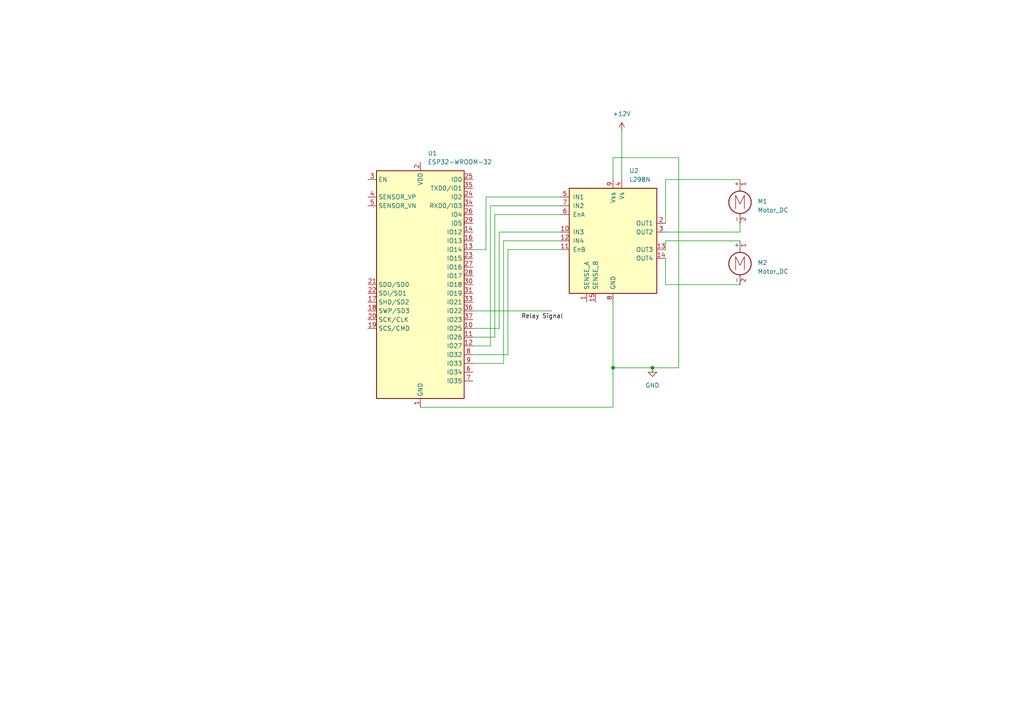
<source format=kicad_sch>
(kicad_sch
	(version 20250114)
	(generator "eeschema")
	(generator_version "9.0")
	(uuid "a82a1a84-01f9-4b5d-b111-5655ee408b14")
	(paper "A4")
	(lib_symbols
		(symbol "Driver_Motor:L298N"
			(pin_names
				(offset 1.016)
			)
			(exclude_from_sim no)
			(in_bom yes)
			(on_board yes)
			(property "Reference" "U"
				(at -10.16 16.51 0)
				(effects
					(font
						(size 1.27 1.27)
					)
					(justify right)
				)
			)
			(property "Value" "L298N"
				(at 12.7 16.51 0)
				(effects
					(font
						(size 1.27 1.27)
					)
					(justify right)
				)
			)
			(property "Footprint" "Package_TO_SOT_THT:TO-220-15_P2.54x2.54mm_StaggerOdd_Lead4.58mm_Vertical"
				(at 1.27 -16.51 0)
				(effects
					(font
						(size 1.27 1.27)
					)
					(justify left)
					(hide yes)
				)
			)
			(property "Datasheet" "http://www.st.com/st-web-ui/static/active/en/resource/technical/document/datasheet/CD00000240.pdf"
				(at 3.81 6.35 0)
				(effects
					(font
						(size 1.27 1.27)
					)
					(hide yes)
				)
			)
			(property "Description" "Dual full bridge motor driver, up to 46V, 4A, Multiwatt15-V"
				(at 0 0 0)
				(effects
					(font
						(size 1.27 1.27)
					)
					(hide yes)
				)
			)
			(property "ki_keywords" "H-bridge motor driver"
				(at 0 0 0)
				(effects
					(font
						(size 1.27 1.27)
					)
					(hide yes)
				)
			)
			(property "ki_fp_filters" "TO?220*StaggerOdd*Vertical*"
				(at 0 0 0)
				(effects
					(font
						(size 1.27 1.27)
					)
					(hide yes)
				)
			)
			(symbol "L298N_0_1"
				(rectangle
					(start -12.7 15.24)
					(end 12.7 -15.24)
					(stroke
						(width 0.254)
						(type default)
					)
					(fill
						(type background)
					)
				)
			)
			(symbol "L298N_1_1"
				(pin input line
					(at -15.24 12.7 0)
					(length 2.54)
					(name "IN1"
						(effects
							(font
								(size 1.27 1.27)
							)
						)
					)
					(number "5"
						(effects
							(font
								(size 1.27 1.27)
							)
						)
					)
				)
				(pin input line
					(at -15.24 10.16 0)
					(length 2.54)
					(name "IN2"
						(effects
							(font
								(size 1.27 1.27)
							)
						)
					)
					(number "7"
						(effects
							(font
								(size 1.27 1.27)
							)
						)
					)
				)
				(pin input line
					(at -15.24 7.62 0)
					(length 2.54)
					(name "EnA"
						(effects
							(font
								(size 1.27 1.27)
							)
						)
					)
					(number "6"
						(effects
							(font
								(size 1.27 1.27)
							)
						)
					)
				)
				(pin input line
					(at -15.24 2.54 0)
					(length 2.54)
					(name "IN3"
						(effects
							(font
								(size 1.27 1.27)
							)
						)
					)
					(number "10"
						(effects
							(font
								(size 1.27 1.27)
							)
						)
					)
				)
				(pin input line
					(at -15.24 0 0)
					(length 2.54)
					(name "IN4"
						(effects
							(font
								(size 1.27 1.27)
							)
						)
					)
					(number "12"
						(effects
							(font
								(size 1.27 1.27)
							)
						)
					)
				)
				(pin input line
					(at -15.24 -2.54 0)
					(length 2.54)
					(name "EnB"
						(effects
							(font
								(size 1.27 1.27)
							)
						)
					)
					(number "11"
						(effects
							(font
								(size 1.27 1.27)
							)
						)
					)
				)
				(pin power_in line
					(at -7.62 -17.78 90)
					(length 2.54)
					(name "SENSE_A"
						(effects
							(font
								(size 1.27 1.27)
							)
						)
					)
					(number "1"
						(effects
							(font
								(size 1.27 1.27)
							)
						)
					)
				)
				(pin power_in line
					(at -5.08 -17.78 90)
					(length 2.54)
					(name "SENSE_B"
						(effects
							(font
								(size 1.27 1.27)
							)
						)
					)
					(number "15"
						(effects
							(font
								(size 1.27 1.27)
							)
						)
					)
				)
				(pin power_in line
					(at 0 17.78 270)
					(length 2.54)
					(name "Vss"
						(effects
							(font
								(size 1.27 1.27)
							)
						)
					)
					(number "9"
						(effects
							(font
								(size 1.27 1.27)
							)
						)
					)
				)
				(pin power_in line
					(at 0 -17.78 90)
					(length 2.54)
					(name "GND"
						(effects
							(font
								(size 1.27 1.27)
							)
						)
					)
					(number "8"
						(effects
							(font
								(size 1.27 1.27)
							)
						)
					)
				)
				(pin power_in line
					(at 2.54 17.78 270)
					(length 2.54)
					(name "Vs"
						(effects
							(font
								(size 1.27 1.27)
							)
						)
					)
					(number "4"
						(effects
							(font
								(size 1.27 1.27)
							)
						)
					)
				)
				(pin output line
					(at 15.24 5.08 180)
					(length 2.54)
					(name "OUT1"
						(effects
							(font
								(size 1.27 1.27)
							)
						)
					)
					(number "2"
						(effects
							(font
								(size 1.27 1.27)
							)
						)
					)
				)
				(pin output line
					(at 15.24 2.54 180)
					(length 2.54)
					(name "OUT2"
						(effects
							(font
								(size 1.27 1.27)
							)
						)
					)
					(number "3"
						(effects
							(font
								(size 1.27 1.27)
							)
						)
					)
				)
				(pin output line
					(at 15.24 -2.54 180)
					(length 2.54)
					(name "OUT3"
						(effects
							(font
								(size 1.27 1.27)
							)
						)
					)
					(number "13"
						(effects
							(font
								(size 1.27 1.27)
							)
						)
					)
				)
				(pin output line
					(at 15.24 -5.08 180)
					(length 2.54)
					(name "OUT4"
						(effects
							(font
								(size 1.27 1.27)
							)
						)
					)
					(number "14"
						(effects
							(font
								(size 1.27 1.27)
							)
						)
					)
				)
			)
			(embedded_fonts no)
		)
		(symbol "Motor:Motor_DC"
			(pin_names
				(offset 0)
			)
			(exclude_from_sim no)
			(in_bom yes)
			(on_board yes)
			(property "Reference" "M"
				(at 2.54 2.54 0)
				(effects
					(font
						(size 1.27 1.27)
					)
					(justify left)
				)
			)
			(property "Value" "Motor_DC"
				(at 2.54 -5.08 0)
				(effects
					(font
						(size 1.27 1.27)
					)
					(justify left top)
				)
			)
			(property "Footprint" ""
				(at 0 -2.286 0)
				(effects
					(font
						(size 1.27 1.27)
					)
					(hide yes)
				)
			)
			(property "Datasheet" "~"
				(at 0 -2.286 0)
				(effects
					(font
						(size 1.27 1.27)
					)
					(hide yes)
				)
			)
			(property "Description" "DC Motor"
				(at 0 0 0)
				(effects
					(font
						(size 1.27 1.27)
					)
					(hide yes)
				)
			)
			(property "ki_keywords" "DC Motor"
				(at 0 0 0)
				(effects
					(font
						(size 1.27 1.27)
					)
					(hide yes)
				)
			)
			(property "ki_fp_filters" "PinHeader*P2.54mm* TerminalBlock*"
				(at 0 0 0)
				(effects
					(font
						(size 1.27 1.27)
					)
					(hide yes)
				)
			)
			(symbol "Motor_DC_0_0"
				(polyline
					(pts
						(xy -1.27 -3.302) (xy -1.27 0.508) (xy 0 -2.032) (xy 1.27 0.508) (xy 1.27 -3.302)
					)
					(stroke
						(width 0)
						(type default)
					)
					(fill
						(type none)
					)
				)
			)
			(symbol "Motor_DC_0_1"
				(polyline
					(pts
						(xy 0 2.032) (xy 0 2.54)
					)
					(stroke
						(width 0)
						(type default)
					)
					(fill
						(type none)
					)
				)
				(polyline
					(pts
						(xy 0 1.7272) (xy 0 2.0828)
					)
					(stroke
						(width 0)
						(type default)
					)
					(fill
						(type none)
					)
				)
				(circle
					(center 0 -1.524)
					(radius 3.2512)
					(stroke
						(width 0.254)
						(type default)
					)
					(fill
						(type none)
					)
				)
				(polyline
					(pts
						(xy 0 -4.7752) (xy 0 -5.1816)
					)
					(stroke
						(width 0)
						(type default)
					)
					(fill
						(type none)
					)
				)
				(polyline
					(pts
						(xy 0 -7.62) (xy 0 -7.112)
					)
					(stroke
						(width 0)
						(type default)
					)
					(fill
						(type none)
					)
				)
			)
			(symbol "Motor_DC_1_1"
				(pin passive line
					(at 0 5.08 270)
					(length 2.54)
					(name "+"
						(effects
							(font
								(size 1.27 1.27)
							)
						)
					)
					(number "1"
						(effects
							(font
								(size 1.27 1.27)
							)
						)
					)
				)
				(pin passive line
					(at 0 -7.62 90)
					(length 2.54)
					(name "-"
						(effects
							(font
								(size 1.27 1.27)
							)
						)
					)
					(number "2"
						(effects
							(font
								(size 1.27 1.27)
							)
						)
					)
				)
			)
			(embedded_fonts no)
		)
		(symbol "RF_Module:ESP32-WROOM-32"
			(exclude_from_sim no)
			(in_bom yes)
			(on_board yes)
			(property "Reference" "U"
				(at -12.7 34.29 0)
				(effects
					(font
						(size 1.27 1.27)
					)
					(justify left)
				)
			)
			(property "Value" "ESP32-WROOM-32"
				(at 1.27 34.29 0)
				(effects
					(font
						(size 1.27 1.27)
					)
					(justify left)
				)
			)
			(property "Footprint" "RF_Module:ESP32-WROOM-32"
				(at 0 -38.1 0)
				(effects
					(font
						(size 1.27 1.27)
					)
					(hide yes)
				)
			)
			(property "Datasheet" "https://www.espressif.com/sites/default/files/documentation/esp32-wroom-32_datasheet_en.pdf"
				(at -7.62 1.27 0)
				(effects
					(font
						(size 1.27 1.27)
					)
					(hide yes)
				)
			)
			(property "Description" "RF Module, ESP32-D0WDQ6 SoC, Wi-Fi 802.11b/g/n, Bluetooth, BLE, 32-bit, 2.7-3.6V, onboard antenna, SMD"
				(at 0 0 0)
				(effects
					(font
						(size 1.27 1.27)
					)
					(hide yes)
				)
			)
			(property "ki_keywords" "RF Radio BT ESP ESP32 Espressif onboard PCB antenna"
				(at 0 0 0)
				(effects
					(font
						(size 1.27 1.27)
					)
					(hide yes)
				)
			)
			(property "ki_fp_filters" "ESP32?WROOM?32*"
				(at 0 0 0)
				(effects
					(font
						(size 1.27 1.27)
					)
					(hide yes)
				)
			)
			(symbol "ESP32-WROOM-32_0_1"
				(rectangle
					(start -12.7 33.02)
					(end 12.7 -33.02)
					(stroke
						(width 0.254)
						(type default)
					)
					(fill
						(type background)
					)
				)
			)
			(symbol "ESP32-WROOM-32_1_1"
				(pin input line
					(at -15.24 30.48 0)
					(length 2.54)
					(name "EN"
						(effects
							(font
								(size 1.27 1.27)
							)
						)
					)
					(number "3"
						(effects
							(font
								(size 1.27 1.27)
							)
						)
					)
				)
				(pin input line
					(at -15.24 25.4 0)
					(length 2.54)
					(name "SENSOR_VP"
						(effects
							(font
								(size 1.27 1.27)
							)
						)
					)
					(number "4"
						(effects
							(font
								(size 1.27 1.27)
							)
						)
					)
				)
				(pin input line
					(at -15.24 22.86 0)
					(length 2.54)
					(name "SENSOR_VN"
						(effects
							(font
								(size 1.27 1.27)
							)
						)
					)
					(number "5"
						(effects
							(font
								(size 1.27 1.27)
							)
						)
					)
				)
				(pin bidirectional line
					(at -15.24 0 0)
					(length 2.54)
					(name "SDO/SD0"
						(effects
							(font
								(size 1.27 1.27)
							)
						)
					)
					(number "21"
						(effects
							(font
								(size 1.27 1.27)
							)
						)
					)
				)
				(pin bidirectional line
					(at -15.24 -2.54 0)
					(length 2.54)
					(name "SDI/SD1"
						(effects
							(font
								(size 1.27 1.27)
							)
						)
					)
					(number "22"
						(effects
							(font
								(size 1.27 1.27)
							)
						)
					)
				)
				(pin bidirectional line
					(at -15.24 -5.08 0)
					(length 2.54)
					(name "SHD/SD2"
						(effects
							(font
								(size 1.27 1.27)
							)
						)
					)
					(number "17"
						(effects
							(font
								(size 1.27 1.27)
							)
						)
					)
				)
				(pin bidirectional line
					(at -15.24 -7.62 0)
					(length 2.54)
					(name "SWP/SD3"
						(effects
							(font
								(size 1.27 1.27)
							)
						)
					)
					(number "18"
						(effects
							(font
								(size 1.27 1.27)
							)
						)
					)
				)
				(pin bidirectional line
					(at -15.24 -10.16 0)
					(length 2.54)
					(name "SCK/CLK"
						(effects
							(font
								(size 1.27 1.27)
							)
						)
					)
					(number "20"
						(effects
							(font
								(size 1.27 1.27)
							)
						)
					)
				)
				(pin bidirectional line
					(at -15.24 -12.7 0)
					(length 2.54)
					(name "SCS/CMD"
						(effects
							(font
								(size 1.27 1.27)
							)
						)
					)
					(number "19"
						(effects
							(font
								(size 1.27 1.27)
							)
						)
					)
				)
				(pin no_connect line
					(at -12.7 -27.94 0)
					(length 2.54)
					(hide yes)
					(name "NC"
						(effects
							(font
								(size 1.27 1.27)
							)
						)
					)
					(number "32"
						(effects
							(font
								(size 1.27 1.27)
							)
						)
					)
				)
				(pin power_in line
					(at 0 35.56 270)
					(length 2.54)
					(name "VDD"
						(effects
							(font
								(size 1.27 1.27)
							)
						)
					)
					(number "2"
						(effects
							(font
								(size 1.27 1.27)
							)
						)
					)
				)
				(pin power_in line
					(at 0 -35.56 90)
					(length 2.54)
					(name "GND"
						(effects
							(font
								(size 1.27 1.27)
							)
						)
					)
					(number "1"
						(effects
							(font
								(size 1.27 1.27)
							)
						)
					)
				)
				(pin passive line
					(at 0 -35.56 90)
					(length 2.54)
					(hide yes)
					(name "GND"
						(effects
							(font
								(size 1.27 1.27)
							)
						)
					)
					(number "15"
						(effects
							(font
								(size 1.27 1.27)
							)
						)
					)
				)
				(pin passive line
					(at 0 -35.56 90)
					(length 2.54)
					(hide yes)
					(name "GND"
						(effects
							(font
								(size 1.27 1.27)
							)
						)
					)
					(number "38"
						(effects
							(font
								(size 1.27 1.27)
							)
						)
					)
				)
				(pin passive line
					(at 0 -35.56 90)
					(length 2.54)
					(hide yes)
					(name "GND"
						(effects
							(font
								(size 1.27 1.27)
							)
						)
					)
					(number "39"
						(effects
							(font
								(size 1.27 1.27)
							)
						)
					)
				)
				(pin bidirectional line
					(at 15.24 30.48 180)
					(length 2.54)
					(name "IO0"
						(effects
							(font
								(size 1.27 1.27)
							)
						)
					)
					(number "25"
						(effects
							(font
								(size 1.27 1.27)
							)
						)
					)
				)
				(pin bidirectional line
					(at 15.24 27.94 180)
					(length 2.54)
					(name "TXD0/IO1"
						(effects
							(font
								(size 1.27 1.27)
							)
						)
					)
					(number "35"
						(effects
							(font
								(size 1.27 1.27)
							)
						)
					)
				)
				(pin bidirectional line
					(at 15.24 25.4 180)
					(length 2.54)
					(name "IO2"
						(effects
							(font
								(size 1.27 1.27)
							)
						)
					)
					(number "24"
						(effects
							(font
								(size 1.27 1.27)
							)
						)
					)
				)
				(pin bidirectional line
					(at 15.24 22.86 180)
					(length 2.54)
					(name "RXD0/IO3"
						(effects
							(font
								(size 1.27 1.27)
							)
						)
					)
					(number "34"
						(effects
							(font
								(size 1.27 1.27)
							)
						)
					)
				)
				(pin bidirectional line
					(at 15.24 20.32 180)
					(length 2.54)
					(name "IO4"
						(effects
							(font
								(size 1.27 1.27)
							)
						)
					)
					(number "26"
						(effects
							(font
								(size 1.27 1.27)
							)
						)
					)
				)
				(pin bidirectional line
					(at 15.24 17.78 180)
					(length 2.54)
					(name "IO5"
						(effects
							(font
								(size 1.27 1.27)
							)
						)
					)
					(number "29"
						(effects
							(font
								(size 1.27 1.27)
							)
						)
					)
				)
				(pin bidirectional line
					(at 15.24 15.24 180)
					(length 2.54)
					(name "IO12"
						(effects
							(font
								(size 1.27 1.27)
							)
						)
					)
					(number "14"
						(effects
							(font
								(size 1.27 1.27)
							)
						)
					)
				)
				(pin bidirectional line
					(at 15.24 12.7 180)
					(length 2.54)
					(name "IO13"
						(effects
							(font
								(size 1.27 1.27)
							)
						)
					)
					(number "16"
						(effects
							(font
								(size 1.27 1.27)
							)
						)
					)
				)
				(pin bidirectional line
					(at 15.24 10.16 180)
					(length 2.54)
					(name "IO14"
						(effects
							(font
								(size 1.27 1.27)
							)
						)
					)
					(number "13"
						(effects
							(font
								(size 1.27 1.27)
							)
						)
					)
				)
				(pin bidirectional line
					(at 15.24 7.62 180)
					(length 2.54)
					(name "IO15"
						(effects
							(font
								(size 1.27 1.27)
							)
						)
					)
					(number "23"
						(effects
							(font
								(size 1.27 1.27)
							)
						)
					)
				)
				(pin bidirectional line
					(at 15.24 5.08 180)
					(length 2.54)
					(name "IO16"
						(effects
							(font
								(size 1.27 1.27)
							)
						)
					)
					(number "27"
						(effects
							(font
								(size 1.27 1.27)
							)
						)
					)
				)
				(pin bidirectional line
					(at 15.24 2.54 180)
					(length 2.54)
					(name "IO17"
						(effects
							(font
								(size 1.27 1.27)
							)
						)
					)
					(number "28"
						(effects
							(font
								(size 1.27 1.27)
							)
						)
					)
				)
				(pin bidirectional line
					(at 15.24 0 180)
					(length 2.54)
					(name "IO18"
						(effects
							(font
								(size 1.27 1.27)
							)
						)
					)
					(number "30"
						(effects
							(font
								(size 1.27 1.27)
							)
						)
					)
				)
				(pin bidirectional line
					(at 15.24 -2.54 180)
					(length 2.54)
					(name "IO19"
						(effects
							(font
								(size 1.27 1.27)
							)
						)
					)
					(number "31"
						(effects
							(font
								(size 1.27 1.27)
							)
						)
					)
				)
				(pin bidirectional line
					(at 15.24 -5.08 180)
					(length 2.54)
					(name "IO21"
						(effects
							(font
								(size 1.27 1.27)
							)
						)
					)
					(number "33"
						(effects
							(font
								(size 1.27 1.27)
							)
						)
					)
				)
				(pin bidirectional line
					(at 15.24 -7.62 180)
					(length 2.54)
					(name "IO22"
						(effects
							(font
								(size 1.27 1.27)
							)
						)
					)
					(number "36"
						(effects
							(font
								(size 1.27 1.27)
							)
						)
					)
				)
				(pin bidirectional line
					(at 15.24 -10.16 180)
					(length 2.54)
					(name "IO23"
						(effects
							(font
								(size 1.27 1.27)
							)
						)
					)
					(number "37"
						(effects
							(font
								(size 1.27 1.27)
							)
						)
					)
				)
				(pin bidirectional line
					(at 15.24 -12.7 180)
					(length 2.54)
					(name "IO25"
						(effects
							(font
								(size 1.27 1.27)
							)
						)
					)
					(number "10"
						(effects
							(font
								(size 1.27 1.27)
							)
						)
					)
				)
				(pin bidirectional line
					(at 15.24 -15.24 180)
					(length 2.54)
					(name "IO26"
						(effects
							(font
								(size 1.27 1.27)
							)
						)
					)
					(number "11"
						(effects
							(font
								(size 1.27 1.27)
							)
						)
					)
				)
				(pin bidirectional line
					(at 15.24 -17.78 180)
					(length 2.54)
					(name "IO27"
						(effects
							(font
								(size 1.27 1.27)
							)
						)
					)
					(number "12"
						(effects
							(font
								(size 1.27 1.27)
							)
						)
					)
				)
				(pin bidirectional line
					(at 15.24 -20.32 180)
					(length 2.54)
					(name "IO32"
						(effects
							(font
								(size 1.27 1.27)
							)
						)
					)
					(number "8"
						(effects
							(font
								(size 1.27 1.27)
							)
						)
					)
				)
				(pin bidirectional line
					(at 15.24 -22.86 180)
					(length 2.54)
					(name "IO33"
						(effects
							(font
								(size 1.27 1.27)
							)
						)
					)
					(number "9"
						(effects
							(font
								(size 1.27 1.27)
							)
						)
					)
				)
				(pin input line
					(at 15.24 -25.4 180)
					(length 2.54)
					(name "IO34"
						(effects
							(font
								(size 1.27 1.27)
							)
						)
					)
					(number "6"
						(effects
							(font
								(size 1.27 1.27)
							)
						)
					)
				)
				(pin input line
					(at 15.24 -27.94 180)
					(length 2.54)
					(name "IO35"
						(effects
							(font
								(size 1.27 1.27)
							)
						)
					)
					(number "7"
						(effects
							(font
								(size 1.27 1.27)
							)
						)
					)
				)
			)
			(embedded_fonts no)
		)
		(symbol "power:+12V"
			(power)
			(pin_numbers
				(hide yes)
			)
			(pin_names
				(offset 0)
				(hide yes)
			)
			(exclude_from_sim no)
			(in_bom yes)
			(on_board yes)
			(property "Reference" "#PWR"
				(at 0 -3.81 0)
				(effects
					(font
						(size 1.27 1.27)
					)
					(hide yes)
				)
			)
			(property "Value" "+12V"
				(at 0 3.556 0)
				(effects
					(font
						(size 1.27 1.27)
					)
				)
			)
			(property "Footprint" ""
				(at 0 0 0)
				(effects
					(font
						(size 1.27 1.27)
					)
					(hide yes)
				)
			)
			(property "Datasheet" ""
				(at 0 0 0)
				(effects
					(font
						(size 1.27 1.27)
					)
					(hide yes)
				)
			)
			(property "Description" "Power symbol creates a global label with name \"+12V\""
				(at 0 0 0)
				(effects
					(font
						(size 1.27 1.27)
					)
					(hide yes)
				)
			)
			(property "ki_keywords" "global power"
				(at 0 0 0)
				(effects
					(font
						(size 1.27 1.27)
					)
					(hide yes)
				)
			)
			(symbol "+12V_0_1"
				(polyline
					(pts
						(xy -0.762 1.27) (xy 0 2.54)
					)
					(stroke
						(width 0)
						(type default)
					)
					(fill
						(type none)
					)
				)
				(polyline
					(pts
						(xy 0 2.54) (xy 0.762 1.27)
					)
					(stroke
						(width 0)
						(type default)
					)
					(fill
						(type none)
					)
				)
				(polyline
					(pts
						(xy 0 0) (xy 0 2.54)
					)
					(stroke
						(width 0)
						(type default)
					)
					(fill
						(type none)
					)
				)
			)
			(symbol "+12V_1_1"
				(pin power_in line
					(at 0 0 90)
					(length 0)
					(name "~"
						(effects
							(font
								(size 1.27 1.27)
							)
						)
					)
					(number "1"
						(effects
							(font
								(size 1.27 1.27)
							)
						)
					)
				)
			)
			(embedded_fonts no)
		)
		(symbol "power:GND"
			(power)
			(pin_numbers
				(hide yes)
			)
			(pin_names
				(offset 0)
				(hide yes)
			)
			(exclude_from_sim no)
			(in_bom yes)
			(on_board yes)
			(property "Reference" "#PWR"
				(at 0 -6.35 0)
				(effects
					(font
						(size 1.27 1.27)
					)
					(hide yes)
				)
			)
			(property "Value" "GND"
				(at 0 -3.81 0)
				(effects
					(font
						(size 1.27 1.27)
					)
				)
			)
			(property "Footprint" ""
				(at 0 0 0)
				(effects
					(font
						(size 1.27 1.27)
					)
					(hide yes)
				)
			)
			(property "Datasheet" ""
				(at 0 0 0)
				(effects
					(font
						(size 1.27 1.27)
					)
					(hide yes)
				)
			)
			(property "Description" "Power symbol creates a global label with name \"GND\" , ground"
				(at 0 0 0)
				(effects
					(font
						(size 1.27 1.27)
					)
					(hide yes)
				)
			)
			(property "ki_keywords" "global power"
				(at 0 0 0)
				(effects
					(font
						(size 1.27 1.27)
					)
					(hide yes)
				)
			)
			(symbol "GND_0_1"
				(polyline
					(pts
						(xy 0 0) (xy 0 -1.27) (xy 1.27 -1.27) (xy 0 -2.54) (xy -1.27 -1.27) (xy 0 -1.27)
					)
					(stroke
						(width 0)
						(type default)
					)
					(fill
						(type none)
					)
				)
			)
			(symbol "GND_1_1"
				(pin power_in line
					(at 0 0 270)
					(length 0)
					(name "~"
						(effects
							(font
								(size 1.27 1.27)
							)
						)
					)
					(number "1"
						(effects
							(font
								(size 1.27 1.27)
							)
						)
					)
				)
			)
			(embedded_fonts no)
		)
	)
	(junction
		(at 189.23 106.68)
		(diameter 0)
		(color 0 0 0 0)
		(uuid "559f325f-cf8e-4324-8a33-ca0bf7d971a2")
	)
	(junction
		(at 177.8 106.68)
		(diameter 0)
		(color 0 0 0 0)
		(uuid "7e64fcf7-6f7a-4671-bfc7-956a2940424b")
	)
	(wire
		(pts
			(xy 162.56 57.15) (xy 140.97 57.15)
		)
		(stroke
			(width 0)
			(type default)
		)
		(uuid "09bc6502-2e7d-4600-824a-3ef0d211201a")
	)
	(wire
		(pts
			(xy 162.56 72.39) (xy 147.32 72.39)
		)
		(stroke
			(width 0)
			(type default)
		)
		(uuid "09be63c3-23d9-4378-bad3-cbf262d8be01")
	)
	(wire
		(pts
			(xy 143.51 62.23) (xy 143.51 97.79)
		)
		(stroke
			(width 0)
			(type default)
		)
		(uuid "0c2fa64e-00b1-4a09-8530-4f950e89320d")
	)
	(wire
		(pts
			(xy 121.92 118.11) (xy 177.8 118.11)
		)
		(stroke
			(width 0)
			(type default)
		)
		(uuid "0f2aa063-554d-43b2-8e2a-881f3cc621a3")
	)
	(wire
		(pts
			(xy 147.32 72.39) (xy 147.32 102.87)
		)
		(stroke
			(width 0)
			(type default)
		)
		(uuid "133d3138-80ad-42fe-a940-d0f0a1354f4c")
	)
	(wire
		(pts
			(xy 140.97 72.39) (xy 137.16 72.39)
		)
		(stroke
			(width 0)
			(type default)
		)
		(uuid "1dcb8c31-fadd-4755-a226-b3fcc5eddac7")
	)
	(wire
		(pts
			(xy 177.8 45.72) (xy 196.85 45.72)
		)
		(stroke
			(width 0)
			(type default)
		)
		(uuid "2dcb6ca7-89bb-4d6d-9862-4abb0a8feffd")
	)
	(wire
		(pts
			(xy 137.16 100.33) (xy 142.24 100.33)
		)
		(stroke
			(width 0)
			(type default)
		)
		(uuid "32d7f4e5-9712-407d-ab54-a4a9b4b955f9")
	)
	(wire
		(pts
			(xy 137.16 90.17) (xy 160.02 90.17)
		)
		(stroke
			(width 0)
			(type default)
		)
		(uuid "40e5a04a-e22a-4c2a-bd34-355d04d81398")
	)
	(wire
		(pts
			(xy 177.8 52.07) (xy 177.8 45.72)
		)
		(stroke
			(width 0)
			(type default)
		)
		(uuid "45f105d2-3fad-41ce-96de-f40495b8e470")
	)
	(wire
		(pts
			(xy 177.8 106.68) (xy 177.8 87.63)
		)
		(stroke
			(width 0)
			(type default)
		)
		(uuid "4a102253-2db6-45ad-99c8-4954b7ec25b5")
	)
	(wire
		(pts
			(xy 193.04 74.93) (xy 193.04 82.55)
		)
		(stroke
			(width 0)
			(type default)
		)
		(uuid "4bdce3ee-208a-44d6-9bb6-c6711ff97242")
	)
	(wire
		(pts
			(xy 193.04 69.85) (xy 193.04 72.39)
		)
		(stroke
			(width 0)
			(type default)
		)
		(uuid "4bf43efe-0cbd-430b-90e7-bb2f0ea09e56")
	)
	(wire
		(pts
			(xy 214.63 64.77) (xy 214.63 67.31)
		)
		(stroke
			(width 0)
			(type default)
		)
		(uuid "5311eddd-6017-471c-a120-eebb364d0677")
	)
	(wire
		(pts
			(xy 146.05 69.85) (xy 146.05 105.41)
		)
		(stroke
			(width 0)
			(type default)
		)
		(uuid "609d46fe-2fcf-4230-af57-a4475b627ecd")
	)
	(wire
		(pts
			(xy 177.8 118.11) (xy 177.8 106.68)
		)
		(stroke
			(width 0)
			(type default)
		)
		(uuid "69b67200-3eec-4ddf-ada8-5b429a20ca17")
	)
	(wire
		(pts
			(xy 142.24 59.69) (xy 142.24 100.33)
		)
		(stroke
			(width 0)
			(type default)
		)
		(uuid "7005e48d-6ba1-4f3e-8094-73aaae585654")
	)
	(wire
		(pts
			(xy 162.56 59.69) (xy 142.24 59.69)
		)
		(stroke
			(width 0)
			(type default)
		)
		(uuid "746fdb4b-d864-491c-81db-755377911a93")
	)
	(wire
		(pts
			(xy 180.34 38.1) (xy 180.34 52.07)
		)
		(stroke
			(width 0)
			(type default)
		)
		(uuid "7895de03-0a41-47dc-a474-1f54ab695dd7")
	)
	(wire
		(pts
			(xy 144.78 95.25) (xy 137.16 95.25)
		)
		(stroke
			(width 0)
			(type default)
		)
		(uuid "7f11fa9f-e4af-4b85-924b-e694f1bc9e06")
	)
	(wire
		(pts
			(xy 189.23 106.68) (xy 177.8 106.68)
		)
		(stroke
			(width 0)
			(type default)
		)
		(uuid "7fc043f8-fb32-49e5-87e0-4e0c9651dd3c")
	)
	(wire
		(pts
			(xy 140.97 57.15) (xy 140.97 72.39)
		)
		(stroke
			(width 0)
			(type default)
		)
		(uuid "85afdf0d-9b3b-4125-a0e0-fc4aed954cf8")
	)
	(wire
		(pts
			(xy 147.32 102.87) (xy 137.16 102.87)
		)
		(stroke
			(width 0)
			(type default)
		)
		(uuid "87779a84-fc35-4648-9e2a-5ab95de33336")
	)
	(wire
		(pts
			(xy 214.63 67.31) (xy 193.04 67.31)
		)
		(stroke
			(width 0)
			(type default)
		)
		(uuid "96b77b2b-471b-4731-bd67-5c53934516eb")
	)
	(wire
		(pts
			(xy 193.04 82.55) (xy 214.63 82.55)
		)
		(stroke
			(width 0)
			(type default)
		)
		(uuid "97827bcd-2a19-442b-9e16-4169c636d65d")
	)
	(wire
		(pts
			(xy 162.56 62.23) (xy 143.51 62.23)
		)
		(stroke
			(width 0)
			(type default)
		)
		(uuid "98129a86-9b7b-4d5a-9968-da790c36a024")
	)
	(wire
		(pts
			(xy 193.04 52.07) (xy 214.63 52.07)
		)
		(stroke
			(width 0)
			(type default)
		)
		(uuid "9f608d80-d510-44cc-aded-c7abd8d134c0")
	)
	(wire
		(pts
			(xy 162.56 67.31) (xy 144.78 67.31)
		)
		(stroke
			(width 0)
			(type default)
		)
		(uuid "a3d5601b-75e8-44c0-8702-7e401ad91321")
	)
	(wire
		(pts
			(xy 137.16 97.79) (xy 143.51 97.79)
		)
		(stroke
			(width 0)
			(type default)
		)
		(uuid "a9880995-e8a3-4ee0-b6ff-b5d925eab6eb")
	)
	(wire
		(pts
			(xy 214.63 69.85) (xy 193.04 69.85)
		)
		(stroke
			(width 0)
			(type default)
		)
		(uuid "aa915666-bdc8-48ec-9fce-c1f1eff1ab0e")
	)
	(wire
		(pts
			(xy 196.85 45.72) (xy 196.85 106.68)
		)
		(stroke
			(width 0)
			(type default)
		)
		(uuid "aeb00a92-f843-4353-a486-6d064f799a9a")
	)
	(wire
		(pts
			(xy 144.78 67.31) (xy 144.78 95.25)
		)
		(stroke
			(width 0)
			(type default)
		)
		(uuid "c813df1e-0007-4d9c-a8a5-01c6d18c1463")
	)
	(wire
		(pts
			(xy 193.04 64.77) (xy 193.04 52.07)
		)
		(stroke
			(width 0)
			(type default)
		)
		(uuid "cf81c8f4-ee59-42f1-a082-45b6fb34bb9f")
	)
	(wire
		(pts
			(xy 196.85 106.68) (xy 189.23 106.68)
		)
		(stroke
			(width 0)
			(type default)
		)
		(uuid "e0bd2053-1fcb-40a7-b9f1-0381734e6dde")
	)
	(wire
		(pts
			(xy 162.56 69.85) (xy 146.05 69.85)
		)
		(stroke
			(width 0)
			(type default)
		)
		(uuid "e1517fe5-6570-4070-815f-39745ebfa6d7")
	)
	(wire
		(pts
			(xy 146.05 105.41) (xy 137.16 105.41)
		)
		(stroke
			(width 0)
			(type default)
		)
		(uuid "f054d1aa-b65c-4b44-bd1f-c1b46190b463")
	)
	(label "Relay Signal"
		(at 151.13 92.71 0)
		(effects
			(font
				(size 1.27 1.27)
			)
			(justify left bottom)
		)
		(uuid "570e8070-d2ac-40bf-8fff-b504bdc3b9c5")
	)
	(symbol
		(lib_id "Motor:Motor_DC")
		(at 214.63 57.15 0)
		(unit 1)
		(exclude_from_sim no)
		(in_bom yes)
		(on_board yes)
		(dnp no)
		(fields_autoplaced yes)
		(uuid "1f3c91e7-69f0-4964-b6ce-3da54f36ba07")
		(property "Reference" "M1"
			(at 219.71 58.4199 0)
			(effects
				(font
					(size 1.27 1.27)
				)
				(justify left)
			)
		)
		(property "Value" "Motor_DC"
			(at 219.71 60.9599 0)
			(effects
				(font
					(size 1.27 1.27)
				)
				(justify left)
			)
		)
		(property "Footprint" ""
			(at 214.63 59.436 0)
			(effects
				(font
					(size 1.27 1.27)
				)
				(hide yes)
			)
		)
		(property "Datasheet" "~"
			(at 214.63 59.436 0)
			(effects
				(font
					(size 1.27 1.27)
				)
				(hide yes)
			)
		)
		(property "Description" "DC Motor"
			(at 214.63 57.15 0)
			(effects
				(font
					(size 1.27 1.27)
				)
				(hide yes)
			)
		)
		(pin "2"
			(uuid "909c898e-3be3-4857-8e68-06d8c7417ee6")
		)
		(pin "1"
			(uuid "cbf8414c-ae3a-4ab5-96e8-ae6e44d08d66")
		)
		(instances
			(project ""
				(path "/a82a1a84-01f9-4b5d-b111-5655ee408b14"
					(reference "M1")
					(unit 1)
				)
			)
		)
	)
	(symbol
		(lib_id "Driver_Motor:L298N")
		(at 177.8 69.85 0)
		(unit 1)
		(exclude_from_sim no)
		(in_bom yes)
		(on_board yes)
		(dnp no)
		(fields_autoplaced yes)
		(uuid "38e5cf2a-8965-42f0-952f-6246156c882f")
		(property "Reference" "U2"
			(at 182.4833 49.53 0)
			(effects
				(font
					(size 1.27 1.27)
				)
				(justify left)
			)
		)
		(property "Value" "L298N"
			(at 182.4833 52.07 0)
			(effects
				(font
					(size 1.27 1.27)
				)
				(justify left)
			)
		)
		(property "Footprint" "Package_TO_SOT_THT:TO-220-15_P2.54x2.54mm_StaggerOdd_Lead4.58mm_Vertical"
			(at 179.07 86.36 0)
			(effects
				(font
					(size 1.27 1.27)
				)
				(justify left)
				(hide yes)
			)
		)
		(property "Datasheet" "http://www.st.com/st-web-ui/static/active/en/resource/technical/document/datasheet/CD00000240.pdf"
			(at 181.61 63.5 0)
			(effects
				(font
					(size 1.27 1.27)
				)
				(hide yes)
			)
		)
		(property "Description" "Dual full bridge motor driver, up to 46V, 4A, Multiwatt15-V"
			(at 177.8 69.85 0)
			(effects
				(font
					(size 1.27 1.27)
				)
				(hide yes)
			)
		)
		(pin "10"
			(uuid "bd9afd95-6a5d-492c-b9ac-237a871ad63c")
		)
		(pin "12"
			(uuid "2eed6700-2eb0-4c91-be57-3dcd469d9db9")
		)
		(pin "7"
			(uuid "08bb9573-d6da-4029-9eb6-6b7d78992f2a")
		)
		(pin "11"
			(uuid "17b13bd2-a769-4be5-b7af-2b927ab79fbb")
		)
		(pin "5"
			(uuid "b7b44265-09c3-473d-8600-9cbd7d78c96b")
		)
		(pin "1"
			(uuid "c3e1dbe0-1c40-4513-992a-b0920cbf2695")
		)
		(pin "15"
			(uuid "bfcaecb2-0017-4a96-8594-860d4063e73b")
		)
		(pin "9"
			(uuid "a4d88bdd-784d-4da7-b7c9-708a8d733e16")
		)
		(pin "6"
			(uuid "16e4d10d-ea71-4bf7-b43a-cb4d643beca5")
		)
		(pin "8"
			(uuid "9a12ec76-2b58-458f-acb3-0d8cfcec2929")
		)
		(pin "4"
			(uuid "ec8a11fc-c9c2-4648-96b9-4835bb5058ac")
		)
		(pin "3"
			(uuid "0c54eccc-85d9-4eb3-b82f-75484f8c0db3")
		)
		(pin "14"
			(uuid "7a8451a0-d548-41be-826d-1287039beec3")
		)
		(pin "13"
			(uuid "99f1e04b-fb52-4a57-b8af-bee6f8234d55")
		)
		(pin "2"
			(uuid "047f3f74-990d-4691-b29b-dbb61814e7ce")
		)
		(instances
			(project ""
				(path "/a82a1a84-01f9-4b5d-b111-5655ee408b14"
					(reference "U2")
					(unit 1)
				)
			)
		)
	)
	(symbol
		(lib_id "RF_Module:ESP32-WROOM-32")
		(at 121.92 82.55 0)
		(unit 1)
		(exclude_from_sim no)
		(in_bom yes)
		(on_board yes)
		(dnp no)
		(fields_autoplaced yes)
		(uuid "485e9d78-c314-4507-b82e-7ef66be75d63")
		(property "Reference" "U1"
			(at 124.0633 44.45 0)
			(effects
				(font
					(size 1.27 1.27)
				)
				(justify left)
			)
		)
		(property "Value" "ESP32-WROOM-32"
			(at 124.0633 46.99 0)
			(effects
				(font
					(size 1.27 1.27)
				)
				(justify left)
			)
		)
		(property "Footprint" "RF_Module:ESP32-WROOM-32"
			(at 121.92 120.65 0)
			(effects
				(font
					(size 1.27 1.27)
				)
				(hide yes)
			)
		)
		(property "Datasheet" "https://www.espressif.com/sites/default/files/documentation/esp32-wroom-32_datasheet_en.pdf"
			(at 114.3 81.28 0)
			(effects
				(font
					(size 1.27 1.27)
				)
				(hide yes)
			)
		)
		(property "Description" "RF Module, ESP32-D0WDQ6 SoC, Wi-Fi 802.11b/g/n, Bluetooth, BLE, 32-bit, 2.7-3.6V, onboard antenna, SMD"
			(at 121.92 82.55 0)
			(effects
				(font
					(size 1.27 1.27)
				)
				(hide yes)
			)
		)
		(pin "3"
			(uuid "f9a6d77f-fdcb-444c-b631-29902f60e26e")
		)
		(pin "21"
			(uuid "1782c1b4-98f8-4b9c-bf00-06d6ca83df84")
		)
		(pin "22"
			(uuid "05653f8d-2d15-431a-ae99-939c4bd90d37")
		)
		(pin "17"
			(uuid "282f1d24-df10-4980-8cae-8d717dfbc539")
		)
		(pin "4"
			(uuid "90024931-3383-4170-91be-0238aca43ca6")
		)
		(pin "5"
			(uuid "d0308ed9-94e9-4a15-8ec5-0c356d8da612")
		)
		(pin "35"
			(uuid "cfdb5f8b-397e-4fb5-af5d-4ec3de025be5")
		)
		(pin "18"
			(uuid "a94a7e1c-e1ca-4384-9170-dbf65d8d8c03")
		)
		(pin "20"
			(uuid "5db40084-7ea7-48e0-a36e-92bf1a531d24")
		)
		(pin "32"
			(uuid "115736bc-eeb0-495b-b084-27731dce61d5")
		)
		(pin "2"
			(uuid "8dc7fc3e-ef05-4ccb-b6d2-1dc1d54b1e25")
		)
		(pin "39"
			(uuid "4d78b8fa-01da-4ed4-b950-8dd653c208db")
		)
		(pin "38"
			(uuid "203be701-b8d2-407d-851f-f6e84d630b7c")
		)
		(pin "27"
			(uuid "e41274d4-aff7-414d-87ef-ddd7225ffe1f")
		)
		(pin "1"
			(uuid "dc2b4b91-8e9d-4ca1-8587-ff6ff28f8ce8")
		)
		(pin "30"
			(uuid "8a615d0d-443d-45e7-9934-210bae805543")
		)
		(pin "33"
			(uuid "32b2a909-83c9-4f08-82ef-8a62213685a2")
		)
		(pin "19"
			(uuid "420de1d4-265e-4497-b9ad-bdf6821e9a11")
		)
		(pin "23"
			(uuid "e76f2561-4cb7-4100-b0c5-eea880d14a62")
		)
		(pin "25"
			(uuid "8a289570-7e6c-47c9-99fb-df7b61d22462")
		)
		(pin "37"
			(uuid "5f82763f-55c5-421c-bb4e-b7107f36145a")
		)
		(pin "15"
			(uuid "28219894-9080-424f-bc53-0da9d80dc86b")
		)
		(pin "24"
			(uuid "8c198e59-67b4-4882-90bf-627f1a247539")
		)
		(pin "26"
			(uuid "d513d885-9abf-4e4f-88eb-cb423d4aec4c")
		)
		(pin "14"
			(uuid "eca66448-1b0a-4135-b0fa-84fdf76ac436")
		)
		(pin "16"
			(uuid "dfdeffe6-4b2d-4937-9dea-d814c5318dc8")
		)
		(pin "13"
			(uuid "0a16db68-78e2-46a7-936d-95b0bbd1538a")
		)
		(pin "36"
			(uuid "564c5b8b-b972-402a-901c-d8bef4ba90d9")
		)
		(pin "28"
			(uuid "c75b9e3b-2a30-4dd8-ae40-6ad9e1b9603e")
		)
		(pin "10"
			(uuid "3ac2eb4c-2040-4902-a22b-21d5c51709ae")
		)
		(pin "11"
			(uuid "ea5bafca-e436-4cea-b5ab-81e43bbb783f")
		)
		(pin "34"
			(uuid "a4a2c067-b623-4648-92a7-ce895ca12ac9")
		)
		(pin "29"
			(uuid "7582ded3-34ed-4c5c-9eaa-dde30665487c")
		)
		(pin "31"
			(uuid "ae965c4d-5739-4023-98be-148798f5f30b")
		)
		(pin "6"
			(uuid "68582f6f-e3c7-4996-96b5-4f61f1fb36ef")
		)
		(pin "12"
			(uuid "49b0988a-c17b-4c79-98dc-6ddb0ed69f59")
		)
		(pin "8"
			(uuid "66d0badd-5628-4e0d-bd76-0bb4fb14ffc2")
		)
		(pin "7"
			(uuid "f8c1cd53-7ec7-4bda-bca3-94682ff6678b")
		)
		(pin "9"
			(uuid "ef1c23ca-a876-434a-aec7-9ec1a334b044")
		)
		(instances
			(project ""
				(path "/a82a1a84-01f9-4b5d-b111-5655ee408b14"
					(reference "U1")
					(unit 1)
				)
			)
		)
	)
	(symbol
		(lib_id "power:GND")
		(at 189.23 106.68 0)
		(unit 1)
		(exclude_from_sim no)
		(in_bom yes)
		(on_board yes)
		(dnp no)
		(fields_autoplaced yes)
		(uuid "4fa330bc-99b4-41d4-97e8-992c1c34d742")
		(property "Reference" "#PWR02"
			(at 189.23 113.03 0)
			(effects
				(font
					(size 1.27 1.27)
				)
				(hide yes)
			)
		)
		(property "Value" "GND"
			(at 189.23 111.76 0)
			(effects
				(font
					(size 1.27 1.27)
				)
			)
		)
		(property "Footprint" ""
			(at 189.23 106.68 0)
			(effects
				(font
					(size 1.27 1.27)
				)
				(hide yes)
			)
		)
		(property "Datasheet" ""
			(at 189.23 106.68 0)
			(effects
				(font
					(size 1.27 1.27)
				)
				(hide yes)
			)
		)
		(property "Description" "Power symbol creates a global label with name \"GND\" , ground"
			(at 189.23 106.68 0)
			(effects
				(font
					(size 1.27 1.27)
				)
				(hide yes)
			)
		)
		(pin "1"
			(uuid "8c4e5512-6fcb-46df-8dcc-a20b0f6fd939")
		)
		(instances
			(project ""
				(path "/a82a1a84-01f9-4b5d-b111-5655ee408b14"
					(reference "#PWR02")
					(unit 1)
				)
			)
		)
	)
	(symbol
		(lib_id "power:+12V")
		(at 180.34 38.1 0)
		(unit 1)
		(exclude_from_sim no)
		(in_bom yes)
		(on_board yes)
		(dnp no)
		(uuid "ba60c2a6-7f3a-445b-bd93-9177d1a0d19b")
		(property "Reference" "#PWR01"
			(at 180.34 41.91 0)
			(effects
				(font
					(size 1.27 1.27)
				)
				(hide yes)
			)
		)
		(property "Value" "+12V"
			(at 180.34 33.02 0)
			(effects
				(font
					(size 1.27 1.27)
				)
			)
		)
		(property "Footprint" ""
			(at 180.34 38.1 0)
			(effects
				(font
					(size 1.27 1.27)
				)
				(hide yes)
			)
		)
		(property "Datasheet" ""
			(at 180.34 38.1 0)
			(effects
				(font
					(size 1.27 1.27)
				)
				(hide yes)
			)
		)
		(property "Description" "Power symbol creates a global label with name \"+12V\""
			(at 180.34 38.1 0)
			(effects
				(font
					(size 1.27 1.27)
				)
				(hide yes)
			)
		)
		(pin "1"
			(uuid "7d3c9b82-ff39-4ea4-bc7a-6868c5aec72d")
		)
		(instances
			(project ""
				(path "/a82a1a84-01f9-4b5d-b111-5655ee408b14"
					(reference "#PWR01")
					(unit 1)
				)
			)
		)
	)
	(symbol
		(lib_id "Motor:Motor_DC")
		(at 214.63 74.93 0)
		(unit 1)
		(exclude_from_sim no)
		(in_bom yes)
		(on_board yes)
		(dnp no)
		(fields_autoplaced yes)
		(uuid "dd8a5cfa-cae7-4ac9-a090-d42fa39df97a")
		(property "Reference" "M2"
			(at 219.71 76.1999 0)
			(effects
				(font
					(size 1.27 1.27)
				)
				(justify left)
			)
		)
		(property "Value" "Motor_DC"
			(at 219.71 78.7399 0)
			(effects
				(font
					(size 1.27 1.27)
				)
				(justify left)
			)
		)
		(property "Footprint" ""
			(at 214.63 77.216 0)
			(effects
				(font
					(size 1.27 1.27)
				)
				(hide yes)
			)
		)
		(property "Datasheet" "~"
			(at 214.63 77.216 0)
			(effects
				(font
					(size 1.27 1.27)
				)
				(hide yes)
			)
		)
		(property "Description" "DC Motor"
			(at 214.63 74.93 0)
			(effects
				(font
					(size 1.27 1.27)
				)
				(hide yes)
			)
		)
		(pin "1"
			(uuid "e9c1bba3-bd67-49d3-b229-c8f1f559b913")
		)
		(pin "2"
			(uuid "dd094c78-78a2-4b13-9296-8d83c7368aac")
		)
		(instances
			(project ""
				(path "/a82a1a84-01f9-4b5d-b111-5655ee408b14"
					(reference "M2")
					(unit 1)
				)
			)
		)
	)
	(sheet_instances
		(path "/"
			(page "1")
		)
	)
	(embedded_fonts no)
)

</source>
